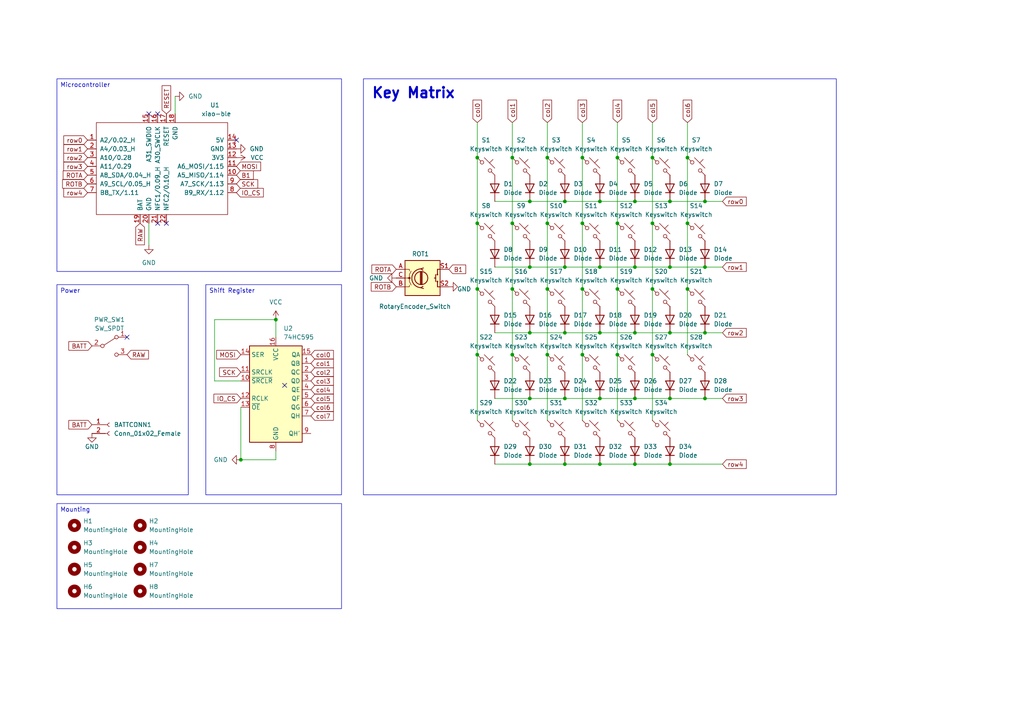
<source format=kicad_sch>
(kicad_sch (version 20231120) (generator "eeschema") (generator_version "8.0")
  (paper "A4")
  (lib_symbols
    (symbol "74xx:74HC595"
      (property "Reference" "U" (at -7.62 13.97 0))
      (property "Value" "74HC595" (at -7.62 -16.51 0))
      (symbol "74HC595_1_0"
        (pin tri_state line (at 10.16 7.62 180) (length 2.54) (name "QB") (number "1"))
        (pin input line (at -10.16 2.54 0) (length 2.54) (name "~{SRCLR}") (number "10"))
        (pin input line (at -10.16 5.08 0) (length 2.54) (name "SRCLK") (number "11"))
        (pin input line (at -10.16 -2.54 0) (length 2.54) (name "RCLK") (number "12"))
        (pin input line (at -10.16 -5.08 0) (length 2.54) (name "~{OE}") (number "13"))
        (pin input line (at -10.16 10.16 0) (length 2.54) (name "SER") (number "14"))
        (pin tri_state line (at 10.16 10.16 180) (length 2.54) (name "QA") (number "15"))
        (pin power_in line (at 0 15.24 270) (length 2.54) (name "VCC") (number "16"))
        (pin tri_state line (at 10.16 5.08 180) (length 2.54) (name "QC") (number "2"))
        (pin tri_state line (at 10.16 2.54 180) (length 2.54) (name "QD") (number "3"))
        (pin tri_state line (at 10.16 0 180) (length 2.54) (name "QE") (number "4"))
        (pin tri_state line (at 10.16 -2.54 180) (length 2.54) (name "QF") (number "5"))
        (pin tri_state line (at 10.16 -5.08 180) (length 2.54) (name "QG") (number "6"))
        (pin tri_state line (at 10.16 -7.62 180) (length 2.54) (name "QH") (number "7"))
        (pin power_in line (at 0 -17.78 90) (length 2.54) (name "GND") (number "8"))
        (pin output line (at 10.16 -12.7 180) (length 2.54) (name "QH'") (number "9"))
      )
      (symbol "74HC595_1_1"
        (rectangle (start -7.62 12.7) (end 7.62 -15.24) (stroke (width 0.254)) (fill (type background)))
      )
    )
    (symbol "Connector:Conn_01x02_Female" (pin_names (offset 1.016) hide)
      (property "Reference" "J" (at 0 2.54 0))
      (property "Value" "Conn_01x02_Female" (at 0 -5.08 0))
      (symbol "Conn_01x02_Female_1_1"
        (arc (start 0 -2.032) (mid -0.5058 -2.54) (end 0 -3.048) (stroke (width 0.1524)))
        (polyline (pts (xy -1.27 -2.54) (xy -0.508 -2.54)) (stroke (width 0.1524)))
        (polyline (pts (xy -1.27 0) (xy -0.508 0)) (stroke (width 0.1524)))
        (arc (start 0 0.508) (mid -0.5058 0) (end 0 -0.508) (stroke (width 0.1524)))
        (pin passive line (at -5.08 0 0) (length 3.81) (name "Pin_1") (number "1"))
        (pin passive line (at -5.08 -2.54 0) (length 3.81) (name "Pin_2") (number "2"))
      )
    )
    (symbol "Device:RotaryEncoder_Switch" (pin_names (offset 0.254) hide)
      (property "Reference" "SW" (at 0 6.604 0))
      (property "Value" "RotaryEncoder_Switch" (at 0 -6.604 0))
      (symbol "RotaryEncoder_Switch_0_1"
        (rectangle (start -5.08 5.08) (end 5.08 -5.08) (stroke (width 0.254)) (fill (type background)))
        (circle (center -3.81 0) (radius 0.254) (fill (type outline)))
        (circle (center -0.381 0) (radius 1.905) (stroke (width 0.254)))
        (arc (start -0.381 2.667) (mid -3.0988 -0.0635) (end -0.381 -2.794) (stroke (width 0.254)))
        (polyline (pts (xy -0.635 -1.778) (xy -0.635 1.778)) (stroke (width 0.254)))
        (polyline (pts (xy -0.381 -1.778) (xy -0.381 1.778)) (stroke (width 0.254)))
        (polyline (pts (xy -0.127 1.778) (xy -0.127 -1.778)) (stroke (width 0.254)))
        (polyline (pts (xy 3.81 0) (xy 3.429 0)) (stroke (width 0.254)))
        (polyline (pts (xy 3.81 1.016) (xy 3.81 -1.016)) (stroke (width 0.254)))
        (polyline (pts (xy -5.08 -2.54) (xy -3.81 -2.54) (xy -3.81 -2.032)))
        (polyline (pts (xy -5.08 2.54) (xy -3.81 2.54) (xy -3.81 2.032)))
        (polyline (pts (xy 0.254 -3.048) (xy -0.508 -2.794) (xy 0.127 -2.413)) (stroke (width 0.254)))
        (polyline (pts (xy 0.254 2.921) (xy -0.508 2.667) (xy 0.127 2.286)) (stroke (width 0.254)))
        (polyline (pts (xy 5.08 -2.54) (xy 4.318 -2.54) (xy 4.318 -1.016)) (stroke (width 0.254)))
        (polyline (pts (xy 5.08 2.54) (xy 4.318 2.54) (xy 4.318 1.016)) (stroke (width 0.254)))
        (polyline (pts (xy -5.08 0) (xy -3.81 0) (xy -3.81 -1.016) (xy -3.302 -2.032)))
        (polyline (pts (xy -4.318 0) (xy -3.81 0) (xy -3.81 1.016) (xy -3.302 2.032)))
        (circle (center 4.318 -1.016) (radius 0.127) (stroke (width 0.254)))
        (circle (center 4.318 1.016) (radius 0.127) (stroke (width 0.254)))
      )
      (symbol "RotaryEncoder_Switch_1_1"
        (pin passive line (at -7.62 2.54 0) (length 2.54) (name "A") (number "A"))
        (pin passive line (at -7.62 -2.54 0) (length 2.54) (name "B") (number "B"))
        (pin passive line (at -7.62 0 0) (length 2.54) (name "C") (number "C"))
        (pin passive line (at 7.62 2.54 180) (length 2.54) (name "S1") (number "S1"))
        (pin passive line (at 7.62 -2.54 180) (length 2.54) (name "S2") (number "S2"))
      )
    )
    (symbol "Mechanical:MountingHole" (pin_names (offset 1.016)) (exclude_from_sim yes) (in_bom no)
      (property "Reference" "H" (at 0 5.08 0))
      (property "Value" "MountingHole" (at 0 3.175 0))
      (symbol "MountingHole_0_1"
        (circle (center 0 0) (radius 1.27) (stroke (width 1.27)))
      )
    )
    (symbol "ScottoKeebs:Placeholder_Diode" (pin_numbers hide) (pin_names hide)
      (property "Reference" "D" (at 0 2.54 0))
      (property "Value" "Diode" (at 0 -2.54 0))
      (symbol "Placeholder_Diode_0_1"
        (polyline (pts (xy -1.27 1.27) (xy -1.27 -1.27)) (stroke (width 0.254)))
        (polyline (pts (xy 1.27 0) (xy -1.27 0)))
        (polyline (pts (xy 1.27 1.27) (xy 1.27 -1.27) (xy -1.27 0) (xy 1.27 1.27)) (stroke (width 0.254)))
      )
      (symbol "Placeholder_Diode_1_1"
        (pin passive line (at -3.81 0 0) (length 2.54) (name "K") (number "1"))
        (pin passive line (at 3.81 0 180) (length 2.54) (name "A") (number "2"))
      )
    )
    (symbol "ScottoKeebs:Placeholder_Keyswitch" (pin_numbers hide) (pin_names (offset 1.016) hide)
      (property "Reference" "S" (at 3.048 1.016 0))
      (property "Value" "Keyswitch" (at 0 -3.81 0))
      (symbol "Placeholder_Keyswitch_0_1"
        (circle (center -1.1684 1.1684) (radius 0.508))
        (polyline (pts (xy -0.508 2.54) (xy 2.54 -0.508)))
        (polyline (pts (xy 1.016 1.016) (xy 2.032 2.032)))
        (polyline (pts (xy -2.54 2.54) (xy -1.524 1.524) (xy -1.524 1.524)))
        (polyline (pts (xy 1.524 -1.524) (xy 2.54 -2.54) (xy 2.54 -2.54) (xy 2.54 -2.54)))
        (circle (center 1.143 -1.1938) (radius 0.508))
        (pin passive line (at -2.54 2.54 0) (length 0) (name "1") (number "1"))
        (pin passive line (at 2.54 -2.54 180) (length 0) (name "2") (number "2"))
      )
    )
    (symbol "Switch:SW_SPDT" (pin_names (offset 0) hide)
      (property "Reference" "SW" (at 0 4.318 0))
      (property "Value" "SW_SPDT" (at 0 -5.08 0))
      (symbol "SW_SPDT_0_0"
        (circle (center -2.032 0) (radius 0.508))
        (circle (center 2.032 -2.54) (radius 0.508))
      )
      (symbol "SW_SPDT_0_1"
        (polyline (pts (xy -1.524 0.254) (xy 1.651 2.286)))
        (circle (center 2.032 2.54) (radius 0.508))
      )
      (symbol "SW_SPDT_1_1"
        (pin passive line (at 5.08 2.54 180) (length 2.54) (name "A") (number "1"))
        (pin passive line (at -5.08 0 0) (length 2.54) (name "B") (number "2"))
        (pin passive line (at 5.08 -2.54 180) (length 2.54) (name "C") (number "3"))
      )
    )
    (symbol "power:GND" (power) (pin_names (offset 0))
      (property "Value" "GND" (at 0 -3.81 0))
      (symbol "GND_0_1"
        (polyline (pts (xy 0 0) (xy 0 -1.27) (xy 1.27 -1.27) (xy 0 -2.54) (xy -1.27 -1.27) (xy 0 -1.27)))
      )
      (symbol "GND_1_1"
        (pin power_in line (at 0 0 270) (length 0) hide (name "GND") (number "1"))
      )
    )
    (symbol "power:VCC" (power) (pin_names (offset 0))
      (property "Value" "VCC" (at 0 3.81 0))
      (symbol "VCC_0_1"
        (polyline (pts (xy -0.762 1.27) (xy 0 2.54)))
        (polyline (pts (xy 0 0) (xy 0 2.54)))
        (polyline (pts (xy 0 2.54) (xy 0.762 1.27)))
      )
      (symbol "VCC_1_1"
        (pin power_in line (at 0 0 90) (length 0) hide (name "VCC") (number "1"))
      )
    )
    (symbol "zzkeeb:MCU_xiao-ble" (pin_names (offset 1.016))
      (property "Reference" "U" (at -17.78 16.51 0))
      (property "Value" "MCU_xiao-ble" (at -15.24 13.97 0))
      (symbol "MCU_xiao-ble_0_1"
        (rectangle (start -19.05 12.7) (end 19.05 -13.97))
      )
      (symbol "MCU_xiao-ble_1_1"
        (pin bidirectional line (at -21.59 7.62 0) (length 2.54) (name "A2/0.02_H") (number "1"))
        (pin bidirectional line (at 21.59 -2.54 180) (length 2.54) (name "A5_MISO/1.14") (number "10"))
        (pin bidirectional line (at 21.59 0 180) (length 2.54) (name "A6_MOSI/1.15") (number "11"))
        (pin power_out line (at 21.59 2.54 180) (length 2.54) (name "3V3") (number "12"))
        (pin power_out line (at 21.59 5.08 180) (length 2.54) (name "GND") (number "13"))
        (pin power_out line (at 21.59 7.62 180) (length 2.54) (name "5V") (number "14"))
        (pin input line (at -3.81 15.24 270) (length 2.54) (name "A31_SWDIO") (number "15"))
        (pin input line (at -1.27 15.24 270) (length 2.54) (name "A30_SWCLK") (number "16"))
        (pin input line (at 1.27 15.24 270) (length 2.54) (name "RESET") (number "17"))
        (pin power_out line (at 3.81 15.24 270) (length 2.54) (name "GND") (number "18"))
        (pin bidirectional line (at -6.35 -16.51 90) (length 2.54) (name "BAT") (number "19"))
        (pin bidirectional line (at -21.59 5.08 0) (length 2.54) (name "A4/0.03_H") (number "2"))
        (pin power_out line (at -3.81 -16.51 90) (length 2.54) (name "GND") (number "20"))
        (pin bidirectional line (at -1.27 -16.51 90) (length 2.54) (name "NFC1/0.09_H") (number "21"))
        (pin bidirectional line (at 1.27 -16.51 90) (length 2.54) (name "NFC2/0.10_H") (number "22"))
        (pin bidirectional line (at -21.59 2.54 0) (length 2.54) (name "A10/0.28") (number "3"))
        (pin bidirectional line (at -21.59 0 0) (length 2.54) (name "A11/0.29") (number "4"))
        (pin bidirectional line (at -21.59 -2.54 0) (length 2.54) (name "A8_SDA/0.04_H") (number "5"))
        (pin bidirectional line (at -21.59 -5.08 0) (length 2.54) (name "A9_SCL/0.05_H") (number "6"))
        (pin bidirectional line (at -21.59 -7.62 0) (length 2.54) (name "B8_TX/1.11") (number "7"))
        (pin bidirectional line (at 21.59 -7.62 180) (length 2.54) (name "B9_RX/1.12") (number "8"))
        (pin bidirectional line (at 21.59 -5.08 180) (length 2.54) (name "A7_SCK/1.13") (number "9"))
      )
    )
  )
  (junction (at 194.31 77.47))
  (junction (at 199.39 64.77))
  (junction (at 173.99 77.47))
  (junction (at 189.23 83.82))
  (junction (at 179.07 45.72))
  (junction (at 69.85 133.35))
  (junction (at 138.43 102.87))
  (junction (at 179.07 102.87))
  (junction (at 158.75 45.72))
  (junction (at 138.43 45.72))
  (junction (at 153.67 58.42))
  (junction (at 80.01 92.71))
  (junction (at 138.43 83.82))
  (junction (at 204.47 77.47))
  (junction (at 184.15 58.42))
  (junction (at 199.39 45.72))
  (junction (at 153.67 115.57))
  (junction (at 168.91 45.72))
  (junction (at 148.59 64.77))
  (junction (at 194.31 115.57))
  (junction (at 179.07 64.77))
  (junction (at 163.83 134.62))
  (junction (at 179.07 83.82))
  (junction (at 148.59 45.72))
  (junction (at 173.99 134.62))
  (junction (at 189.23 45.72))
  (junction (at 184.15 96.52))
  (junction (at 189.23 64.77))
  (junction (at 173.99 58.42))
  (junction (at 194.31 58.42))
  (junction (at 163.83 96.52))
  (junction (at 194.31 96.52))
  (junction (at 194.31 134.62))
  (junction (at 204.47 96.52))
  (junction (at 153.67 77.47))
  (junction (at 153.67 134.62))
  (junction (at 173.99 96.52))
  (junction (at 153.67 96.52))
  (junction (at 163.83 58.42))
  (junction (at 148.59 83.82))
  (junction (at 168.91 83.82))
  (junction (at 189.23 102.87))
  (junction (at 184.15 77.47))
  (junction (at 158.75 64.77))
  (junction (at 138.43 64.77))
  (junction (at 184.15 134.62))
  (junction (at 173.99 115.57))
  (junction (at 163.83 115.57))
  (junction (at 168.91 64.77))
  (junction (at 148.59 102.87))
  (junction (at 158.75 102.87))
  (junction (at 158.75 83.82))
  (junction (at 204.47 115.57))
  (junction (at 163.83 77.47))
  (junction (at 204.47 58.42))
  (junction (at 168.91 102.87))
  (junction (at 184.15 115.57))
  (junction (at 199.39 83.82))
  (no_connect (at 43.18 33.02))
  (no_connect (at 36.83 97.79))
  (no_connect (at 82.55 111.76))
  (no_connect (at 68.58 40.64))
  (no_connect (at 45.72 33.02))
  (no_connect (at 45.72 64.77))
  (no_connect (at 48.26 64.77))
  (wire (pts (xy 204.47 58.42) (xy 209.55 58.42)))
  (wire (pts (xy 194.31 96.52) (xy 204.47 96.52)))
  (wire (pts (xy 143.51 77.47) (xy 153.67 77.47)))
  (wire (pts (xy 179.07 35.56) (xy 179.07 45.72)))
  (wire (pts (xy 153.67 134.62) (xy 163.83 134.62)))
  (wire (pts (xy 179.07 64.77) (xy 179.07 83.82)))
  (wire (pts (xy 158.75 45.72) (xy 158.75 64.77)))
  (wire (pts (xy 168.91 35.56) (xy 168.91 45.72)))
  (wire (pts (xy 158.75 102.87) (xy 158.75 121.92)))
  (wire (pts (xy 199.39 83.82) (xy 199.39 102.87)))
  (wire (pts (xy 138.43 35.56) (xy 138.43 45.72)))
  (wire (pts (xy 163.83 115.57) (xy 173.99 115.57)))
  (wire (pts (xy 168.91 45.72) (xy 168.91 64.77)))
  (wire (pts (xy 168.91 102.87) (xy 168.91 121.92)))
  (wire (pts (xy 168.91 64.77) (xy 168.91 83.82)))
  (wire (pts (xy 173.99 134.62) (xy 184.15 134.62)))
  (wire (pts (xy 62.23 92.71) (xy 80.01 92.71)))
  (wire (pts (xy 189.23 45.72) (xy 189.23 64.77)))
  (wire (pts (xy 43.18 71.12) (xy 43.18 64.77)))
  (wire (pts (xy 153.67 96.52) (xy 163.83 96.52)))
  (wire (pts (xy 138.43 45.72) (xy 138.43 64.77)))
  (wire (pts (xy 189.23 64.77) (xy 189.23 83.82)))
  (wire (pts (xy 163.83 96.52) (xy 173.99 96.52)))
  (wire (pts (xy 153.67 115.57) (xy 163.83 115.57)))
  (wire (pts (xy 199.39 35.56) (xy 199.39 45.72)))
  (wire (pts (xy 179.07 102.87) (xy 179.07 121.92)))
  (wire (pts (xy 199.39 45.72) (xy 199.39 64.77)))
  (wire (pts (xy 158.75 83.82) (xy 158.75 102.87)))
  (wire (pts (xy 184.15 58.42) (xy 194.31 58.42)))
  (wire (pts (xy 184.15 115.57) (xy 194.31 115.57)))
  (wire (pts (xy 143.51 58.42) (xy 153.67 58.42)))
  (wire (pts (xy 173.99 58.42) (xy 184.15 58.42)))
  (wire (pts (xy 80.01 92.71) (xy 80.01 97.79)))
  (wire (pts (xy 194.31 115.57) (xy 204.47 115.57)))
  (wire (pts (xy 138.43 83.82) (xy 138.43 102.87)))
  (wire (pts (xy 194.31 58.42) (xy 204.47 58.42)))
  (wire (pts (xy 153.67 58.42) (xy 163.83 58.42)))
  (wire (pts (xy 69.85 118.11) (xy 69.85 133.35)))
  (wire (pts (xy 184.15 134.62) (xy 194.31 134.62)))
  (wire (pts (xy 158.75 64.77) (xy 158.75 83.82)))
  (wire (pts (xy 204.47 115.57) (xy 209.55 115.57)))
  (wire (pts (xy 148.59 83.82) (xy 148.59 102.87)))
  (wire (pts (xy 69.85 133.35) (xy 80.01 133.35)))
  (wire (pts (xy 189.23 102.87) (xy 189.23 121.92)))
  (wire (pts (xy 138.43 102.87) (xy 138.43 121.92)))
  (wire (pts (xy 148.59 64.77) (xy 148.59 83.82)))
  (wire (pts (xy 184.15 77.47) (xy 194.31 77.47)))
  (wire (pts (xy 204.47 77.47) (xy 209.55 77.47)))
  (wire (pts (xy 143.51 115.57) (xy 153.67 115.57)))
  (wire (pts (xy 163.83 58.42) (xy 173.99 58.42)))
  (wire (pts (xy 199.39 64.77) (xy 199.39 83.82)))
  (wire (pts (xy 148.59 35.56) (xy 148.59 45.72)))
  (wire (pts (xy 189.23 83.82) (xy 189.23 102.87)))
  (wire (pts (xy 173.99 115.57) (xy 184.15 115.57)))
  (wire (pts (xy 189.23 35.56) (xy 189.23 45.72)))
  (wire (pts (xy 179.07 83.82) (xy 179.07 102.87)))
  (wire (pts (xy 194.31 77.47) (xy 204.47 77.47)))
  (wire (pts (xy 80.01 130.81) (xy 80.01 133.35)))
  (wire (pts (xy 173.99 77.47) (xy 184.15 77.47)))
  (wire (pts (xy 158.75 35.56) (xy 158.75 45.72)))
  (wire (pts (xy 143.51 134.62) (xy 153.67 134.62)))
  (wire (pts (xy 179.07 45.72) (xy 179.07 64.77)))
  (wire (pts (xy 143.51 96.52) (xy 153.67 96.52)))
  (wire (pts (xy 69.85 110.49) (xy 62.23 110.49)))
  (wire (pts (xy 163.83 77.47) (xy 173.99 77.47)))
  (wire (pts (xy 148.59 102.87) (xy 148.59 121.92)))
  (wire (pts (xy 50.8 27.94) (xy 50.8 33.02)))
  (wire (pts (xy 168.91 83.82) (xy 168.91 102.87)))
  (wire (pts (xy 62.23 110.49) (xy 62.23 92.71)))
  (wire (pts (xy 148.59 45.72) (xy 148.59 64.77)))
  (wire (pts (xy 184.15 96.52) (xy 194.31 96.52)))
  (wire (pts (xy 138.43 64.77) (xy 138.43 83.82)))
  (wire (pts (xy 163.83 134.62) (xy 173.99 134.62)))
  (wire (pts (xy 194.31 134.62) (xy 209.55 134.62)))
  (wire (pts (xy 173.99 96.52) (xy 184.15 96.52)))
  (wire (pts (xy 204.47 96.52) (xy 209.55 96.52)))
  (wire (pts (xy 153.67 77.47) (xy 163.83 77.47)))
  (text_box "Microcontroller\n" (at 16.51 22.86 0) (size 82.55 55.88) (effects (font (size 1.27 1.27)) (justify left top)))
  (text_box "Power\n" (at 16.51 82.55 0) (size 38.1 60.96) (effects (font (size 1.27 1.27)) (justify left top)))
  (text_box "Shift Register" (at 59.69 82.55 0) (size 39.37 60.96) (effects (font (size 1.27 1.27)) (justify left top)))
  (text_box "Key Matrix\n" (at 105.41 22.86 0) (size 137.16 120.65) (effects (font (size 3 3) (thickness 0.6) (bold yes)) (justify left top)))
  (text_box "Mounting\n" (at 16.51 146.05 0) (size 82.55 30.48) (effects (font (size 1.27 1.27)) (justify left top)))
  (global_label "row4" (shape input) (at 25.4 55.88 180) (property "Intersheetrefs" "${INTERSHEET_REFS}" (effects (hide yes))))
  (global_label "RAW" (shape input) (at 40.64 64.77 270) (property "Intersheetrefs" "${INTERSHEET_REFS}" (effects (hide yes))))
  (global_label "IO_CS" (shape input) (at 68.58 55.88 0) (property "Intersheetrefs" "${INTERSHEET_REFS}" (effects (hide yes))))
  (global_label "RESET" (shape input) (at 48.26 33.02 90) (property "Intersheetrefs" "${INTERSHEET_REFS}" (effects (hide yes))))
  (global_label "col7" (shape input) (at 90.17 120.65 0) (property "Intersheetrefs" "${INTERSHEET_REFS}" (effects (hide yes))))
  (global_label "row2" (shape input) (at 25.4 45.72 180) (property "Intersheetrefs" "${INTERSHEET_REFS}" (effects (hide yes))))
  (global_label "row3" (shape input) (at 25.4 48.26 180) (property "Intersheetrefs" "${INTERSHEET_REFS}" (effects (hide yes))))
  (global_label "row0" (shape input) (at 25.4 40.64 180) (property "Intersheetrefs" "${INTERSHEET_REFS}" (effects (hide yes))))
  (global_label "RAW" (shape input) (at 36.83 102.87 0) (property "Intersheetrefs" "${INTERSHEET_REFS}" (effects (hide yes))))
  (global_label "ROTB" (shape input) (at 114.935 83.185 180) (property "Intersheetrefs" "${INTERSHEET_REFS}" (effects (hide yes))))
  (global_label "row0" (shape input) (at 209.55 58.42 0) (property "Intersheetrefs" "${INTERSHEET_REFS}" (effects (hide yes))))
  (global_label "MOSI" (shape input) (at 69.85 102.87 180) (property "Intersheetrefs" "${INTERSHEET_REFS}" (effects (hide yes))))
  (global_label "col4" (shape input) (at 90.17 113.03 0) (property "Intersheetrefs" "${INTERSHEET_REFS}" (effects (hide yes))))
  (global_label "col6" (shape input) (at 199.39 35.56 90) (property "Intersheetrefs" "${INTERSHEET_REFS}" (effects (hide yes))))
  (global_label "col0" (shape input) (at 138.43 35.56 90) (property "Intersheetrefs" "${INTERSHEET_REFS}" (effects (hide yes))))
  (global_label "col1" (shape input) (at 90.17 105.41 0) (property "Intersheetrefs" "${INTERSHEET_REFS}" (effects (hide yes))))
  (global_label "IO_CS" (shape input) (at 69.85 115.57 180) (property "Intersheetrefs" "${INTERSHEET_REFS}" (effects (hide yes))))
  (global_label "row4" (shape input) (at 209.55 134.62 0) (property "Intersheetrefs" "${INTERSHEET_REFS}" (effects (hide yes))))
  (global_label "col3" (shape input) (at 90.17 110.49 0) (property "Intersheetrefs" "${INTERSHEET_REFS}" (effects (hide yes))))
  (global_label "B1" (shape input) (at 68.58 50.8 0) (property "Intersheetrefs" "${INTERSHEET_REFS}" (effects (hide yes))))
  (global_label "ROTB" (shape input) (at 25.4 53.34 180) (property "Intersheetrefs" "${INTERSHEET_REFS}" (effects (hide yes))))
  (global_label "col2" (shape input) (at 158.75 35.56 90) (property "Intersheetrefs" "${INTERSHEET_REFS}" (effects (hide yes))))
  (global_label "row1" (shape input) (at 25.4 43.18 180) (property "Intersheetrefs" "${INTERSHEET_REFS}" (effects (hide yes))))
  (global_label "SCK" (shape input) (at 68.58 53.34 0) (property "Intersheetrefs" "${INTERSHEET_REFS}" (effects (hide yes))))
  (global_label "col2" (shape input) (at 90.17 107.95 0) (property "Intersheetrefs" "${INTERSHEET_REFS}" (effects (hide yes))))
  (global_label "row3" (shape input) (at 209.55 115.57 0) (property "Intersheetrefs" "${INTERSHEET_REFS}" (effects (hide yes))))
  (global_label "row2" (shape input) (at 209.55 96.52 0) (property "Intersheetrefs" "${INTERSHEET_REFS}" (effects (hide yes))))
  (global_label "row1" (shape input) (at 209.55 77.47 0) (property "Intersheetrefs" "${INTERSHEET_REFS}" (effects (hide yes))))
  (global_label "ROTA" (shape input) (at 114.935 78.105 180) (property "Intersheetrefs" "${INTERSHEET_REFS}" (effects (hide yes))))
  (global_label "B1" (shape input) (at 130.175 78.105 0) (property "Intersheetrefs" "${INTERSHEET_REFS}" (effects (hide yes))))
  (global_label "BATT" (shape input) (at 26.67 123.19 180) (property "Intersheetrefs" "${INTERSHEET_REFS}" (effects (hide yes))))
  (global_label "MOSI" (shape input) (at 68.58 48.26 0) (property "Intersheetrefs" "${INTERSHEET_REFS}" (effects (hide yes))))
  (global_label "ROTA" (shape input) (at 25.4 50.8 180) (property "Intersheetrefs" "${INTERSHEET_REFS}" (effects (hide yes))))
  (global_label "BATT" (shape input) (at 26.67 100.33 180) (property "Intersheetrefs" "${INTERSHEET_REFS}" (effects (hide yes))))
  (global_label "col4" (shape input) (at 179.07 35.56 90) (property "Intersheetrefs" "${INTERSHEET_REFS}" (effects (hide yes))))
  (global_label "col0" (shape input) (at 90.17 102.87 0) (property "Intersheetrefs" "${INTERSHEET_REFS}" (effects (hide yes))))
  (global_label "col3" (shape input) (at 168.91 35.56 90) (property "Intersheetrefs" "${INTERSHEET_REFS}" (effects (hide yes))))
  (global_label "SCK" (shape input) (at 69.85 107.95 180) (property "Intersheetrefs" "${INTERSHEET_REFS}" (effects (hide yes))))
  (global_label "col5" (shape input) (at 189.23 35.56 90) (property "Intersheetrefs" "${INTERSHEET_REFS}" (effects (hide yes))))
  (global_label "col1" (shape input) (at 148.59 35.56 90) (property "Intersheetrefs" "${INTERSHEET_REFS}" (effects (hide yes))))
  (global_label "col5" (shape input) (at 90.17 115.57 0) (property "Intersheetrefs" "${INTERSHEET_REFS}" (effects (hide yes))))
  (global_label "col6" (shape input) (at 90.17 118.11 0) (property "Intersheetrefs" "${INTERSHEET_REFS}" (effects (hide yes))))
  (symbol (lib_id "Mechanical:MountingHole") (at 21.59 158.75 0) (unit 1) (exclude_from_sim yes) (in_bom no)
    (property "Reference" "H3" (at 24.13 157.4799 0) (effects (justify left)))
    (property "Value" "MountingHole" (at 24.13 160.0199 0) (effects (justify left)))
    (property "Footprint" "MountingHole:MountingHole_2.2mm_M2" (effects (hide yes)))
    (property "Description" "Mounting Hole without connection" (effects (hide yes)))
  )
  (symbol (lib_id "ScottoKeebs:Placeholder_Keyswitch") (at 151.13 124.46 0) (unit 1)
    (property "Reference" "S30" (at 151.13 116.84 0))
    (property "Value" "Keyswitch" (at 151.13 119.38 0))
    (property "Footprint" "wackymxter:MX_Choc_Hotswap" (effects (hide yes)))
  )
  (symbol (lib_id "power:GND") (at 114.935 80.645 270) (unit 1)
    (property "Reference" "#PWR02" (effects (hide yes)))
    (property "Value" "GND" (at 111.125 80.645 90) (effects (justify right)))
  )
  (symbol (lib_id "ScottoKeebs:Placeholder_Diode") (at 194.31 130.81 90) (unit 1)
    (property "Reference" "D34" (at 196.85 129.54 90) (effects (justify right)))
    (property "Value" "Diode" (at 196.85 132.08 90) (effects (justify right)))
    (property "Footprint" "wackymxter:HybridDiode" (effects (hide yes)))
    (property "Sim.Device" "D" (effects (hide yes)))
    (property "Sim.Pins" "1=K 2=A" (effects (hide yes)))
  )
  (symbol (lib_id "ScottoKeebs:Placeholder_Keyswitch") (at 181.61 124.46 0) (unit 1)
    (property "Reference" "S33" (at 181.61 116.84 0))
    (property "Value" "Keyswitch" (at 181.61 119.38 0))
    (property "Footprint" "wackymxter:MX_Choc_Hotswap" (effects (hide yes)))
  )
  (symbol (lib_id "ScottoKeebs:Placeholder_Diode") (at 143.51 92.71 90) (unit 1)
    (property "Reference" "D15" (at 146.05 91.44 90) (effects (justify right)))
    (property "Value" "Diode" (at 146.05 93.98 90) (effects (justify right)))
    (property "Footprint" "wackymxter:HybridDiode" (effects (hide yes)))
    (property "Sim.Device" "D" (effects (hide yes)))
    (property "Sim.Pins" "1=K 2=A" (effects (hide yes)))
  )
  (symbol (lib_id "Device:RotaryEncoder_Switch") (at 122.555 80.645 0) (unit 1)
    (property "Reference" "ROT1" (at 124.46 73.66 0) (effects (justify right)))
    (property "Value" "RotaryEncoder_Switch" (at 130.81 88.9 0) (effects (justify right)))
    (property "Footprint" "Rotary_Encoder:RotaryEncoder_Alps_EC11E-Switch_Vertical_H20mm" (effects (hide yes)))
  )
  (symbol (lib_id "ScottoKeebs:Placeholder_Diode") (at 184.15 111.76 90) (unit 1)
    (property "Reference" "D26" (at 186.69 110.49 90) (effects (justify right)))
    (property "Value" "Diode" (at 186.69 113.03 90) (effects (justify right)))
    (property "Footprint" "wackymxter:HybridDiode" (effects (hide yes)))
    (property "Sim.Device" "D" (effects (hide yes)))
    (property "Sim.Pins" "1=K 2=A" (effects (hide yes)))
  )
  (symbol (lib_id "ScottoKeebs:Placeholder_Keyswitch") (at 140.97 67.31 0) (unit 1)
    (property "Reference" "S8" (at 140.97 59.69 0))
    (property "Value" "Keyswitch" (at 140.97 62.23 0))
    (property "Footprint" "wackymxter:MX_Choc_Hotswap" (effects (hide yes)))
  )
  (symbol (lib_id "ScottoKeebs:Placeholder_Diode") (at 184.15 73.66 90) (unit 1)
    (property "Reference" "D12" (at 186.69 72.39 90) (effects (justify right)))
    (property "Value" "Diode" (at 186.69 74.93 90) (effects (justify right)))
    (property "Footprint" "wackymxter:HybridDiode" (effects (hide yes)))
    (property "Sim.Device" "D" (effects (hide yes)))
    (property "Sim.Pins" "1=K 2=A" (effects (hide yes)))
  )
  (symbol (lib_id "ScottoKeebs:Placeholder_Diode") (at 163.83 73.66 90) (unit 1)
    (property "Reference" "D10" (at 166.37 72.39 90) (effects (justify right)))
    (property "Value" "Diode" (at 166.37 74.93 90) (effects (justify right)))
    (property "Footprint" "wackymxter:HybridDiode" (effects (hide yes)))
    (property "Sim.Device" "D" (effects (hide yes)))
    (property "Sim.Pins" "1=K 2=A" (effects (hide yes)))
  )
  (symbol (lib_id "Mechanical:MountingHole") (at 40.64 165.1 0) (unit 1) (exclude_from_sim yes) (in_bom no)
    (property "Reference" "H7" (at 43.18 163.8299 0) (effects (justify left)))
    (property "Value" "MountingHole" (at 43.18 166.3699 0) (effects (justify left)))
    (property "Footprint" "MountingHole:MountingHole_2.2mm_M2" (effects (hide yes)))
    (property "Description" "Mounting Hole without connection" (effects (hide yes)))
  )
  (symbol (lib_id "ScottoKeebs:Placeholder_Keyswitch") (at 171.45 86.36 0) (unit 1)
    (property "Reference" "S18" (at 171.45 78.74 0))
    (property "Value" "Keyswitch" (at 171.45 81.28 0))
    (property "Footprint" "wackymxter:MX_Choc_Hotswap" (effects (hide yes)))
  )
  (symbol (lib_id "ScottoKeebs:Placeholder_Diode") (at 153.67 73.66 90) (unit 1)
    (property "Reference" "D9" (at 156.21 72.39 90) (effects (justify right)))
    (property "Value" "Diode" (at 156.21 74.93 90) (effects (justify right)))
    (property "Footprint" "wackymxter:HybridDiode" (effects (hide yes)))
    (property "Sim.Device" "D" (effects (hide yes)))
    (property "Sim.Pins" "1=K 2=A" (effects (hide yes)))
  )
  (symbol (lib_id "74xx:74HC595") (at 80.01 113.03 0) (unit 1)
    (property "Reference" "U2" (at 82.2041 95.25 0) (effects (justify left)))
    (property "Value" "74HC595" (at 82.2041 97.79 0) (effects (justify left)))
    (property "Footprint" "Package_SO:SOP-16_3.9x9.9mm_P1.27mm" (effects (hide yes)))
    (property "Datasheet" "http://www.ti.com/lit/ds/symlink/sn74hc595.pdf" (effects (hide yes)))
  )
  (symbol (lib_id "power:GND") (at 50.8 27.94 90) (unit 1)
    (property "Reference" "#PWR05" (effects (hide yes)))
    (property "Value" "GND" (at 54.61 27.94 90) (effects (justify right)))
  )
  (symbol (lib_id "ScottoKeebs:Placeholder_Diode") (at 173.99 111.76 90) (unit 1)
    (property "Reference" "D25" (at 176.53 110.49 90) (effects (justify right)))
    (property "Value" "Diode" (at 176.53 113.03 90) (effects (justify right)))
    (property "Footprint" "wackymxter:HybridDiode" (effects (hide yes)))
    (property "Sim.Device" "D" (effects (hide yes)))
    (property "Sim.Pins" "1=K 2=A" (effects (hide yes)))
  )
  (symbol (lib_id "ScottoKeebs:Placeholder_Keyswitch") (at 161.29 48.26 0) (unit 1)
    (property "Reference" "S3" (at 161.29 40.64 0))
    (property "Value" "Keyswitch" (at 161.29 43.18 0))
    (property "Footprint" "wackymxter:MX_Choc_Hotswap" (effects (hide yes)))
  )
  (symbol (lib_id "Mechanical:MountingHole") (at 40.64 171.45 0) (unit 1) (exclude_from_sim yes) (in_bom no)
    (property "Reference" "H8" (at 43.18 170.1799 0) (effects (justify left)))
    (property "Value" "MountingHole" (at 43.18 172.7199 0) (effects (justify left)))
    (property "Footprint" "MountingHole:MountingHole_2.2mm_M2" (effects (hide yes)))
    (property "Description" "Mounting Hole without connection" (effects (hide yes)))
  )
  (symbol (lib_id "ScottoKeebs:Placeholder_Keyswitch") (at 140.97 86.36 0) (unit 1)
    (property "Reference" "S15" (at 140.97 78.74 0))
    (property "Value" "Keyswitch" (at 140.97 81.28 0))
    (property "Footprint" "wackymxter:MX_Choc_Hotswap" (effects (hide yes)))
  )
  (symbol (lib_id "ScottoKeebs:Placeholder_Keyswitch") (at 140.97 48.26 0) (unit 1)
    (property "Reference" "S1" (at 140.97 40.64 0))
    (property "Value" "Keyswitch" (at 140.97 43.18 0))
    (property "Footprint" "wackymxter:MX_Choc_Hotswap" (effects (hide yes)))
  )
  (symbol (lib_id "ScottoKeebs:Placeholder_Keyswitch") (at 161.29 124.46 0) (unit 1)
    (property "Reference" "S31" (at 161.29 116.84 0))
    (property "Value" "Keyswitch" (at 161.29 119.38 0))
    (property "Footprint" "wackymxter:MX_Choc_Hotswap" (effects (hide yes)))
  )
  (symbol (lib_id "power:GND") (at 130.175 83.185 90) (unit 1)
    (property "Reference" "#PWR01" (effects (hide yes)))
    (property "Value" "GND" (at 134.62 83.82 90))
  )
  (symbol (lib_id "ScottoKeebs:Placeholder_Diode") (at 184.15 54.61 90) (unit 1)
    (property "Reference" "D5" (at 186.69 53.34 90) (effects (justify right)))
    (property "Value" "Diode" (at 186.69 55.88 90) (effects (justify right)))
    (property "Footprint" "wackymxter:HybridDiode" (effects (hide yes)))
    (property "Sim.Device" "D" (effects (hide yes)))
    (property "Sim.Pins" "1=K 2=A" (effects (hide yes)))
  )
  (symbol (lib_id "ScottoKeebs:Placeholder_Diode") (at 143.51 54.61 90) (unit 1)
    (property "Reference" "D1" (at 146.05 53.34 90) (effects (justify right)))
    (property "Value" "Diode" (at 146.05 55.88 90) (effects (justify right)))
    (property "Footprint" "wackymxter:HybridDiode" (effects (hide yes)))
    (property "Sim.Device" "D" (effects (hide yes)))
    (property "Sim.Pins" "1=K 2=A" (effects (hide yes)))
  )
  (symbol (lib_id "ScottoKeebs:Placeholder_Diode") (at 204.47 54.61 90) (unit 1)
    (property "Reference" "D7" (at 207.01 53.34 90) (effects (justify right)))
    (property "Value" "Diode" (at 207.01 55.88 90) (effects (justify right)))
    (property "Footprint" "wackymxter:HybridDiode" (effects (hide yes)))
    (property "Sim.Device" "D" (effects (hide yes)))
    (property "Sim.Pins" "1=K 2=A" (effects (hide yes)))
  )
  (symbol (lib_id "ScottoKeebs:Placeholder_Keyswitch") (at 201.93 48.26 0) (unit 1)
    (property "Reference" "S7" (at 201.93 40.64 0))
    (property "Value" "Keyswitch" (at 201.93 43.18 0))
    (property "Footprint" "wackymxter:MX_Choc_Hotswap" (effects (hide yes)))
  )
  (symbol (lib_id "ScottoKeebs:Placeholder_Keyswitch") (at 191.77 124.46 0) (unit 1)
    (property "Reference" "S34" (at 191.77 116.84 0))
    (property "Value" "Keyswitch" (at 191.77 119.38 0))
    (property "Footprint" "wackymxter:MX_Choc_Hotswap" (effects (hide yes)))
  )
  (symbol (lib_id "ScottoKeebs:Placeholder_Diode") (at 204.47 111.76 90) (unit 1)
    (property "Reference" "D28" (at 207.01 110.49 90) (effects (justify right)))
    (property "Value" "Diode" (at 207.01 113.03 90) (effects (justify right)))
    (property "Footprint" "wackymxter:HybridDiode" (effects (hide yes)))
    (property "Sim.Device" "D" (effects (hide yes)))
    (property "Sim.Pins" "1=K 2=A" (effects (hide yes)))
  )
  (symbol (lib_id "ScottoKeebs:Placeholder_Keyswitch") (at 151.13 86.36 0) (unit 1)
    (property "Reference" "S16" (at 151.13 78.74 0))
    (property "Value" "Keyswitch" (at 151.13 81.28 0))
    (property "Footprint" "wackymxter:MX_Choc_Hotswap" (effects (hide yes)))
  )
  (symbol (lib_id "ScottoKeebs:Placeholder_Diode") (at 204.47 73.66 90) (unit 1)
    (property "Reference" "D14" (at 207.01 72.39 90) (effects (justify right)))
    (property "Value" "Diode" (at 207.01 74.93 90) (effects (justify right)))
    (property "Footprint" "wackymxter:HybridDiode" (effects (hide yes)))
    (property "Sim.Device" "D" (effects (hide yes)))
    (property "Sim.Pins" "1=K 2=A" (effects (hide yes)))
  )
  (symbol (lib_id "Mechanical:MountingHole") (at 21.59 171.45 0) (unit 1) (exclude_from_sim yes) (in_bom no)
    (property "Reference" "H6" (at 24.13 170.1799 0) (effects (justify left)))
    (property "Value" "MountingHole" (at 24.13 172.7199 0) (effects (justify left)))
    (property "Footprint" "MountingHole:MountingHole_2.2mm_M2" (effects (hide yes)))
    (property "Description" "Mounting Hole without connection" (effects (hide yes)))
  )
  (symbol (lib_id "ScottoKeebs:Placeholder_Diode") (at 143.51 130.81 90) (unit 1)
    (property "Reference" "D29" (at 146.05 129.54 90) (effects (justify right)))
    (property "Value" "Diode" (at 146.05 132.08 90) (effects (justify right)))
    (property "Footprint" "wackymxter:HybridDiode" (effects (hide yes)))
    (property "Sim.Device" "D" (effects (hide yes)))
    (property "Sim.Pins" "1=K 2=A" (effects (hide yes)))
  )
  (symbol (lib_id "ScottoKeebs:Placeholder_Diode") (at 163.83 111.76 90) (unit 1)
    (property "Reference" "D24" (at 166.37 110.49 90) (effects (justify right)))
    (property "Value" "Diode" (at 166.37 113.03 90) (effects (justify right)))
    (property "Footprint" "wackymxter:HybridDiode" (effects (hide yes)))
    (property "Sim.Device" "D" (effects (hide yes)))
    (property "Sim.Pins" "1=K 2=A" (effects (hide yes)))
  )
  (symbol (lib_id "ScottoKeebs:Placeholder_Keyswitch") (at 201.93 105.41 0) (unit 1)
    (property "Reference" "S28" (at 201.93 97.79 0))
    (property "Value" "Keyswitch" (at 201.93 100.33 0))
    (property "Footprint" "wackymxter:MX_Choc_Hotswap" (effects (hide yes)))
  )
  (symbol (lib_id "zzkeeb:MCU_xiao-ble") (at 46.99 48.26 0) (unit 1)
    (property "Reference" "U1" (at 60.96 30.48 0) (effects (justify left)))
    (property "Value" "xiao-ble" (at 58.42 33.02 0) (effects (justify left)))
    (property "Footprint" "mcu:xiao-ble-smd-cutout" (effects (hide yes)))
  )
  (symbol (lib_id "ScottoKeebs:Placeholder_Diode") (at 163.83 92.71 90) (unit 1)
    (property "Reference" "D17" (at 166.37 91.44 90) (effects (justify right)))
    (property "Value" "Diode" (at 166.37 93.98 90) (effects (justify right)))
    (property "Footprint" "wackymxter:HybridDiode" (effects (hide yes)))
    (property "Sim.Device" "D" (effects (hide yes)))
    (property "Sim.Pins" "1=K 2=A" (effects (hide yes)))
  )
  (symbol (lib_id "Mechanical:MountingHole") (at 40.64 158.75 0) (unit 1) (exclude_from_sim yes) (in_bom no)
    (property "Reference" "H4" (at 43.18 157.4799 0) (effects (justify left)))
    (property "Value" "MountingHole" (at 43.18 160.0199 0) (effects (justify left)))
    (property "Footprint" "MountingHole:MountingHole_2.2mm_M2" (effects (hide yes)))
    (property "Description" "Mounting Hole without connection" (effects (hide yes)))
  )
  (symbol (lib_id "ScottoKeebs:Placeholder_Keyswitch") (at 171.45 124.46 0) (unit 1)
    (property "Reference" "S32" (at 171.45 116.84 0))
    (property "Value" "Keyswitch" (at 171.45 119.38 0))
    (property "Footprint" "wackymxter:MX_Choc_Hotswap" (effects (hide yes)))
  )
  (symbol (lib_id "power:GND") (at 69.85 133.35 270) (unit 1)
    (property "Reference" "#PWR09" (effects (hide yes)))
    (property "Value" "GND" (at 66.04 133.35 90) (effects (justify right)))
  )
  (symbol (lib_id "power:GND") (at 26.67 125.73 0) (unit 1)
    (property "Reference" "#PWR07" (effects (hide yes)))
    (property "Value" "GND" (at 26.67 129.54 0))
  )
  (symbol (lib_id "ScottoKeebs:Placeholder_Keyswitch") (at 151.13 48.26 0) (unit 1)
    (property "Reference" "S2" (at 151.13 40.64 0))
    (property "Value" "Keyswitch" (at 151.13 43.18 0))
    (property "Footprint" "wackymxter:MX_Choc_Hotswap" (effects (hide yes)))
  )
  (symbol (lib_id "ScottoKeebs:Placeholder_Diode") (at 204.47 92.71 90) (unit 1)
    (property "Reference" "D21" (at 207.01 91.44 90) (effects (justify right)))
    (property "Value" "Diode" (at 207.01 93.98 90) (effects (justify right)))
    (property "Footprint" "wackymxter:HybridDiode" (effects (hide yes)))
    (property "Sim.Device" "D" (effects (hide yes)))
    (property "Sim.Pins" "1=K 2=A" (effects (hide yes)))
  )
  (symbol (lib_id "ScottoKeebs:Placeholder_Keyswitch") (at 201.93 67.31 0) (unit 1)
    (property "Reference" "S14" (at 201.93 59.69 0))
    (property "Value" "Keyswitch" (at 201.93 62.23 0))
    (property "Footprint" "wackymxter:MX_Choc_Hotswap" (effects (hide yes)))
  )
  (symbol (lib_id "ScottoKeebs:Placeholder_Keyswitch") (at 181.61 48.26 0) (unit 1)
    (property "Reference" "S5" (at 181.61 40.64 0))
    (property "Value" "Keyswitch" (at 181.61 43.18 0))
    (property "Footprint" "wackymxter:MX_Choc_Hotswap" (effects (hide yes)))
  )
  (symbol (lib_id "ScottoKeebs:Placeholder_Keyswitch") (at 171.45 67.31 0) (unit 1)
    (property "Reference" "S11" (at 171.45 59.69 0))
    (property "Value" "Keyswitch" (at 171.45 62.23 0))
    (property "Footprint" "wackymxter:MX_Choc_Hotswap" (effects (hide yes)))
  )
  (symbol (lib_id "ScottoKeebs:Placeholder_Diode") (at 163.83 130.81 90) (unit 1)
    (property "Reference" "D31" (at 166.37 129.54 90) (effects (justify right)))
    (property "Value" "Diode" (at 166.37 132.08 90) (effects (justify right)))
    (property "Footprint" "wackymxter:HybridDiode" (effects (hide yes)))
    (property "Sim.Device" "D" (effects (hide yes)))
    (property "Sim.Pins" "1=K 2=A" (effects (hide yes)))
  )
  (symbol (lib_id "ScottoKeebs:Placeholder_Keyswitch") (at 140.97 124.46 0) (unit 1)
    (property "Reference" "S29" (at 140.97 116.84 0))
    (property "Value" "Keyswitch" (at 140.97 119.38 0))
    (property "Footprint" "wackymxter:MX_Choc_Hotswap" (effects (hide yes)))
  )
  (symbol (lib_id "ScottoKeebs:Placeholder_Diode") (at 153.67 111.76 90) (unit 1)
    (property "Reference" "D23" (at 156.21 110.49 90) (effects (justify right)))
    (property "Value" "Diode" (at 156.21 113.03 90) (effects (justify right)))
    (property "Footprint" "wackymxter:HybridDiode" (effects (hide yes)))
    (property "Sim.Device" "D" (effects (hide yes)))
    (property "Sim.Pins" "1=K 2=A" (effects (hide yes)))
  )
  (symbol (lib_id "ScottoKeebs:Placeholder_Diode") (at 194.31 54.61 90) (unit 1)
    (property "Reference" "D6" (at 196.85 53.34 90) (effects (justify right)))
    (property "Value" "Diode" (at 196.85 55.88 90) (effects (justify right)))
    (property "Footprint" "wackymxter:HybridDiode" (effects (hide yes)))
    (property "Sim.Device" "D" (effects (hide yes)))
    (property "Sim.Pins" "1=K 2=A" (effects (hide yes)))
  )
  (symbol (lib_id "power:GND") (at 68.58 43.18 90) (unit 1)
    (property "Reference" "#PWR04" (effects (hide yes)))
    (property "Value" "GND" (at 72.39 43.18 90) (effects (justify right)))
  )
  (symbol (lib_id "ScottoKeebs:Placeholder_Diode") (at 184.15 130.81 90) (unit 1)
    (property "Reference" "D33" (at 186.69 129.54 90) (effects (justify right)))
    (property "Value" "Diode" (at 186.69 132.08 90) (effects (justify right)))
    (property "Footprint" "wackymxter:HybridDiode" (effects (hide yes)))
    (property "Sim.Device" "D" (effects (hide yes)))
    (property "Sim.Pins" "1=K 2=A" (effects (hide yes)))
  )
  (symbol (lib_id "ScottoKeebs:Placeholder_Keyswitch") (at 181.61 86.36 0) (unit 1)
    (property "Reference" "S19" (at 181.61 78.74 0))
    (property "Value" "Keyswitch" (at 181.61 81.28 0))
    (property "Footprint" "wackymxter:MX_Choc_Hotswap" (effects (hide yes)))
  )
  (symbol (lib_id "ScottoKeebs:Placeholder_Diode") (at 153.67 130.81 90) (unit 1)
    (property "Reference" "D30" (at 156.21 129.54 90) (effects (justify right)))
    (property "Value" "Diode" (at 156.21 132.08 90) (effects (justify right)))
    (property "Footprint" "wackymxter:HybridDiode" (effects (hide yes)))
    (property "Sim.Device" "D" (effects (hide yes)))
    (property "Sim.Pins" "1=K 2=A" (effects (hide yes)))
  )
  (symbol (lib_id "ScottoKeebs:Placeholder_Keyswitch") (at 181.61 67.31 0) (unit 1)
    (property "Reference" "S12" (at 181.61 59.69 0))
    (property "Value" "Keyswitch" (at 181.61 62.23 0))
    (property "Footprint" "wackymxter:MX_Choc_Hotswap" (effects (hide yes)))
  )
  (symbol (lib_id "ScottoKeebs:Placeholder_Keyswitch") (at 151.13 105.41 0) (unit 1)
    (property "Reference" "S23" (at 151.13 97.79 0))
    (property "Value" "Keyswitch" (at 151.13 100.33 0))
    (property "Footprint" "wackymxter:MX_Choc_Hotswap" (effects (hide yes)))
  )
  (symbol (lib_id "Mechanical:MountingHole") (at 40.64 152.4 0) (unit 1) (exclude_from_sim yes) (in_bom no)
    (property "Reference" "H2" (at 43.18 151.1299 0) (effects (justify left)))
    (property "Value" "MountingHole" (at 43.18 153.6699 0) (effects (justify left)))
    (property "Footprint" "MountingHole:MountingHole_2.2mm_M2" (effects (hide yes)))
    (property "Description" "Mounting Hole without connection" (effects (hide yes)))
  )
  (symbol (lib_id "Mechanical:MountingHole") (at 21.59 152.4 0) (unit 1) (exclude_from_sim yes) (in_bom no)
    (property "Reference" "H1" (at 24.13 151.1299 0) (effects (justify left)))
    (property "Value" "MountingHole" (at 24.13 153.6699 0) (effects (justify left)))
    (property "Footprint" "MountingHole:MountingHole_2.2mm_M2" (effects (hide yes)))
    (property "Description" "Mounting Hole without connection" (effects (hide yes)))
  )
  (symbol (lib_id "ScottoKeebs:Placeholder_Keyswitch") (at 171.45 48.26 0) (unit 1)
    (property "Reference" "S4" (at 171.45 40.64 0))
    (property "Value" "Keyswitch" (at 171.45 43.18 0))
    (property "Footprint" "wackymxter:MX_Choc_Hotswap" (effects (hide yes)))
  )
  (symbol (lib_id "ScottoKeebs:Placeholder_Keyswitch") (at 201.93 86.36 0) (unit 1)
    (property "Reference" "S21" (at 201.93 78.74 0))
    (property "Value" "Keyswitch" (at 201.93 81.28 0))
    (property "Footprint" "wackymxter:MX_Choc_Hotswap" (effects (hide yes)))
  )
  (symbol (lib_id "Connector:Conn_01x02_Female") (at 31.75 123.19 0) (unit 1)
    (property "Reference" "BATTCONN1" (at 33.02 123.1899 0) (effects (justify left)))
    (property "Value" "Conn_01x02_Female" (at 33.02 125.7299 0) (effects (justify left)))
    (property "Footprint" "Connector_JST:JST_PH_S2B-PH-K_1x02_P2.00mm_Horizontal" (effects (hide yes)))
  )
  (symbol (lib_id "ScottoKeebs:Placeholder_Keyswitch") (at 191.77 86.36 0) (unit 1)
    (property "Reference" "S20" (at 191.77 78.74 0))
    (property "Value" "Keyswitch" (at 191.77 81.28 0))
    (property "Footprint" "wackymxter:MX_Choc_Hotswap" (effects (hide yes)))
  )
  (symbol (lib_id "ScottoKeebs:Placeholder_Keyswitch") (at 161.29 86.36 0) (unit 1)
    (property "Reference" "S17" (at 161.29 78.74 0))
    (property "Value" "Keyswitch" (at 161.29 81.28 0))
    (property "Footprint" "wackymxter:MX_Choc_Hotswap" (effects (hide yes)))
  )
  (symbol (lib_id "ScottoKeebs:Placeholder_Keyswitch") (at 181.61 105.41 0) (unit 1)
    (property "Reference" "S26" (at 181.61 97.79 0))
    (property "Value" "Keyswitch" (at 181.61 100.33 0))
    (property "Footprint" "wackymxter:MX_Choc_Hotswap" (effects (hide yes)))
  )
  (symbol (lib_id "ScottoKeebs:Placeholder_Keyswitch") (at 191.77 67.31 0) (unit 1)
    (property "Reference" "S13" (at 191.77 59.69 0))
    (property "Value" "Keyswitch" (at 191.77 62.23 0))
    (property "Footprint" "wackymxter:MX_Choc_Hotswap" (effects (hide yes)))
  )
  (symbol (lib_id "Mechanical:MountingHole") (at 21.59 165.1 0) (unit 1) (exclude_from_sim yes) (in_bom no)
    (property "Reference" "H5" (at 24.13 163.8299 0) (effects (justify left)))
    (property "Value" "MountingHole" (at 24.13 166.3699 0) (effects (justify left)))
    (property "Footprint" "MountingHole:MountingHole_2.2mm_M2" (effects (hide yes)))
    (property "Description" "Mounting Hole without connection" (effects (hide yes)))
  )
  (symbol (lib_id "Switch:SW_SPDT") (at 31.75 100.33 0) (unit 1)
    (property "Reference" "PWR_SW1" (at 31.75 92.71 0))
    (property "Value" "SW_SPDT" (at 31.75 95.25 0))
    (property "Footprint" "Button_Switch_SMD:SW_SPDT_CK_JS102011SAQN" (effects (hide yes)))
  )
  (symbol (lib_id "ScottoKeebs:Placeholder_Diode") (at 173.99 73.66 90) (unit 1)
    (property "Reference" "D11" (at 176.53 72.39 90) (effects (justify right)))
    (property "Value" "Diode" (at 176.53 74.93 90) (effects (justify right)))
    (property "Footprint" "wackymxter:HybridDiode" (effects (hide yes)))
    (property "Sim.Device" "D" (effects (hide yes)))
    (property "Sim.Pins" "1=K 2=A" (effects (hide yes)))
  )
  (symbol (lib_id "ScottoKeebs:Placeholder_Diode") (at 194.31 111.76 90) (unit 1)
    (property "Reference" "D27" (at 196.85 110.49 90) (effects (justify right)))
    (property "Value" "Diode" (at 196.85 113.03 90) (effects (justify right)))
    (property "Footprint" "wackymxter:HybridDiode" (effects (hide yes)))
    (property "Sim.Device" "D" (effects (hide yes)))
    (property "Sim.Pins" "1=K 2=A" (effects (hide yes)))
  )
  (symbol (lib_id "ScottoKeebs:Placeholder_Diode") (at 173.99 130.81 90) (unit 1)
    (property "Reference" "D32" (at 176.53 129.54 90) (effects (justify right)))
    (property "Value" "Diode" (at 176.53 132.08 90) (effects (justify right)))
    (property "Footprint" "wackymxter:HybridDiode" (effects (hide yes)))
    (property "Sim.Device" "D" (effects (hide yes)))
    (property "Sim.Pins" "1=K 2=A" (effects (hide yes)))
  )
  (symbol (lib_id "ScottoKeebs:Placeholder_Diode") (at 194.31 73.66 90) (unit 1)
    (property "Reference" "D13" (at 196.85 72.39 90) (effects (justify right)))
    (property "Value" "Diode" (at 196.85 74.93 90) (effects (justify right)))
    (property "Footprint" "wackymxter:HybridDiode" (effects (hide yes)))
    (property "Sim.Device" "D" (effects (hide yes)))
    (property "Sim.Pins" "1=K 2=A" (effects (hide yes)))
  )
  (symbol (lib_id "ScottoKeebs:Placeholder_Keyswitch") (at 161.29 105.41 0) (unit 1)
    (property "Reference" "S24" (at 161.29 97.79 0))
    (property "Value" "Keyswitch" (at 161.29 100.33 0))
    (property "Footprint" "wackymxter:MX_Choc_Hotswap" (effects (hide yes)))
  )
  (symbol (lib_id "power:GND") (at 43.18 71.12 0) (unit 1)
    (property "Reference" "#PWR06" (effects (hide yes)))
    (property "Value" "GND" (at 43.18 76.2 0))
  )
  (symbol (lib_id "ScottoKeebs:Placeholder_Diode") (at 163.83 54.61 90) (unit 1)
    (property "Reference" "D3" (at 166.37 53.34 90) (effects (justify right)))
    (property "Value" "Diode" (at 166.37 55.88 90) (effects (justify right)))
    (property "Footprint" "wackymxter:HybridDiode" (effects (hide yes)))
    (property "Sim.Device" "D" (effects (hide yes)))
    (property "Sim.Pins" "1=K 2=A" (effects (hide yes)))
  )
  (symbol (lib_id "power:VCC") (at 80.01 92.71 0) (unit 1)
    (property "Reference" "#PWR08" (effects (hide yes)))
    (property "Value" "VCC" (at 80.01 87.63 0))
  )
  (symbol (lib_id "ScottoKeebs:Placeholder_Diode") (at 143.51 73.66 90) (unit 1)
    (property "Reference" "D8" (at 146.05 72.39 90) (effects (justify right)))
    (property "Value" "Diode" (at 146.05 74.93 90) (effects (justify right)))
    (property "Footprint" "wackymxter:HybridDiode" (effects (hide yes)))
    (property "Sim.Device" "D" (effects (hide yes)))
    (property "Sim.Pins" "1=K 2=A" (effects (hide yes)))
  )
  (symbol (lib_id "ScottoKeebs:Placeholder_Keyswitch") (at 151.13 67.31 0) (unit 1)
    (property "Reference" "S9" (at 151.13 59.69 0))
    (property "Value" "Keyswitch" (at 151.13 62.23 0))
    (property "Footprint" "wackymxter:MX_Choc_Hotswap" (effects (hide yes)))
  )
  (symbol (lib_id "ScottoKeebs:Placeholder_Diode") (at 184.15 92.71 90) (unit 1)
    (property "Reference" "D19" (at 186.69 91.44 90) (effects (justify right)))
    (property "Value" "Diode" (at 186.69 93.98 90) (effects (justify right)))
    (property "Footprint" "wackymxter:HybridDiode" (effects (hide yes)))
    (property "Sim.Device" "D" (effects (hide yes)))
    (property "Sim.Pins" "1=K 2=A" (effects (hide yes)))
  )
  (symbol (lib_id "ScottoKeebs:Placeholder_Diode") (at 143.51 111.76 90) (unit 1)
    (property "Reference" "D22" (at 146.05 110.49 90) (effects (justify right)))
    (property "Value" "Diode" (at 146.05 113.03 90) (effects (justify right)))
    (property "Footprint" "wackymxter:HybridDiode" (effects (hide yes)))
    (property "Sim.Device" "D" (effects (hide yes)))
    (property "Sim.Pins" "1=K 2=A" (effects (hide yes)))
  )
  (symbol (lib_id "ScottoKeebs:Placeholder_Diode") (at 173.99 92.71 90) (unit 1)
    (property "Reference" "D18" (at 176.53 91.44 90) (effects (justify right)))
    (property "Value" "Diode" (at 176.53 93.98 90) (effects (justify right)))
    (property "Footprint" "wackymxter:HybridDiode" (effects (hide yes)))
    (property "Sim.Device" "D" (effects (hide yes)))
    (property "Sim.Pins" "1=K 2=A" (effects (hide yes)))
  )
  (symbol (lib_id "ScottoKeebs:Placeholder_Keyswitch") (at 191.77 48.26 0) (unit 1)
    (property "Reference" "S6" (at 191.77 40.64 0))
    (property "Value" "Keyswitch" (at 191.77 43.18 0))
    (property "Footprint" "wackymxter:MX_Choc_Hotswap" (effects (hide yes)))
  )
  (symbol (lib_id "power:VCC") (at 68.58 45.72 270) (unit 1)
    (property "Reference" "#PWR03" (effects (hide yes)))
    (property "Value" "VCC" (at 72.644 45.7199 90) (effects (justify left)))
  )
  (symbol (lib_id "ScottoKeebs:Placeholder_Keyswitch") (at 191.77 105.41 0) (unit 1)
    (property "Reference" "S27" (at 191.77 97.79 0))
    (property "Value" "Keyswitch" (at 191.77 100.33 0))
    (property "Footprint" "wackymxter:MX_Choc_Hotswap" (effects (hide yes)))
  )
  (symbol (lib_id "ScottoKeebs:Placeholder_Keyswitch") (at 171.45 105.41 0) (unit 1)
    (property "Reference" "S25" (at 171.45 97.79 0))
    (property "Value" "Keyswitch" (at 171.45 100.33 0))
    (property "Footprint" "wackymxter:MX_Choc_Hotswap" (effects (hide yes)))
  )
  (symbol (lib_id "ScottoKeebs:Placeholder_Diode") (at 153.67 54.61 90) (unit 1)
    (property "Reference" "D2" (at 156.21 53.34 90) (effects (justify right)))
    (property "Value" "Diode" (at 156.21 55.88 90) (effects (justify right)))
    (property "Footprint" "wackymxter:HybridDiode" (effects (hide yes)))
    (property "Sim.Device" "D" (effects (hide yes)))
    (property "Sim.Pins" "1=K 2=A" (effects (hide yes)))
  )
  (symbol (lib_id "ScottoKeebs:Placeholder_Keyswitch") (at 140.97 105.41 0) (unit 1)
    (property "Reference" "S22" (at 140.97 97.79 0))
    (property "Value" "Keyswitch" (at 140.97 100.33 0))
    (property "Footprint" "wackymxter:MX_Choc_Hotswap" (effects (hide yes)))
  )
  (symbol (lib_id "ScottoKeebs:Placeholder_Diode") (at 173.99 54.61 90) (unit 1)
    (property "Reference" "D4" (at 176.53 53.34 90) (effects (justify right)))
    (property "Value" "Diode" (at 176.53 55.88 90) (effects (justify right)))
    (property "Footprint" "wackymxter:HybridDiode" (effects (hide yes)))
    (property "Sim.Device" "D" (effects (hide yes)))
    (property "Sim.Pins" "1=K 2=A" (effects (hide yes)))
  )
  (symbol (lib_id "ScottoKeebs:Placeholder_Diode") (at 153.67 92.71 90) (unit 1)
    (property "Reference" "D16" (at 156.21 91.44 90) (effects (justify right)))
    (property "Value" "Diode" (at 156.21 93.98 90) (effects (justify right)))
    (property "Footprint" "wackymxter:HybridDiode" (effects (hide yes)))
    (property "Sim.Device" "D" (effects (hide yes)))
    (property "Sim.Pins" "1=K 2=A" (effects (hide yes)))
  )
  (symbol (lib_id "ScottoKeebs:Placeholder_Keyswitch") (at 161.29 67.31 0) (unit 1)
    (property "Reference" "S10" (at 161.29 59.69 0))
    (property "Value" "Keyswitch" (at 161.29 62.23 0))
    (property "Footprint" "wackymxter:MX_Choc_Hotswap" (effects (hide yes)))
  )
  (symbol (lib_id "ScottoKeebs:Placeholder_Diode") (at 194.31 92.71 90) (unit 1)
    (property "Reference" "D20" (at 196.85 91.44 90) (effects (justify right)))
    (property "Value" "Diode" (at 196.85 93.98 90) (effects (justify right)))
    (property "Footprint" "wackymxter:HybridDiode" (effects (hide yes)))
    (property "Sim.Device" "D" (effects (hide yes)))
    (property "Sim.Pins" "1=K 2=A" (effects (hide yes)))
  )
)
</source>
